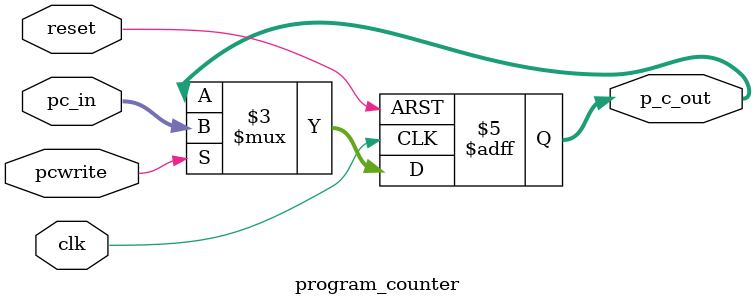
<source format=v>
module program_counter (clk, reset, pc_in, p_c_out, pcwrite);
	input pcwrite; // new input for pipeline_single_cycle
	input clk, reset;
	input [6:0] pc_in;//at most 32 instructions
	output [6:0] p_c_out;
	reg [6:0] p_c_out;
	always @ (posedge clk or posedge reset)
	begin
		if(reset==1'b1)
			p_c_out<=0;
		else if(pcwrite)
			p_c_out<=pc_in;
	end
endmodule

</source>
